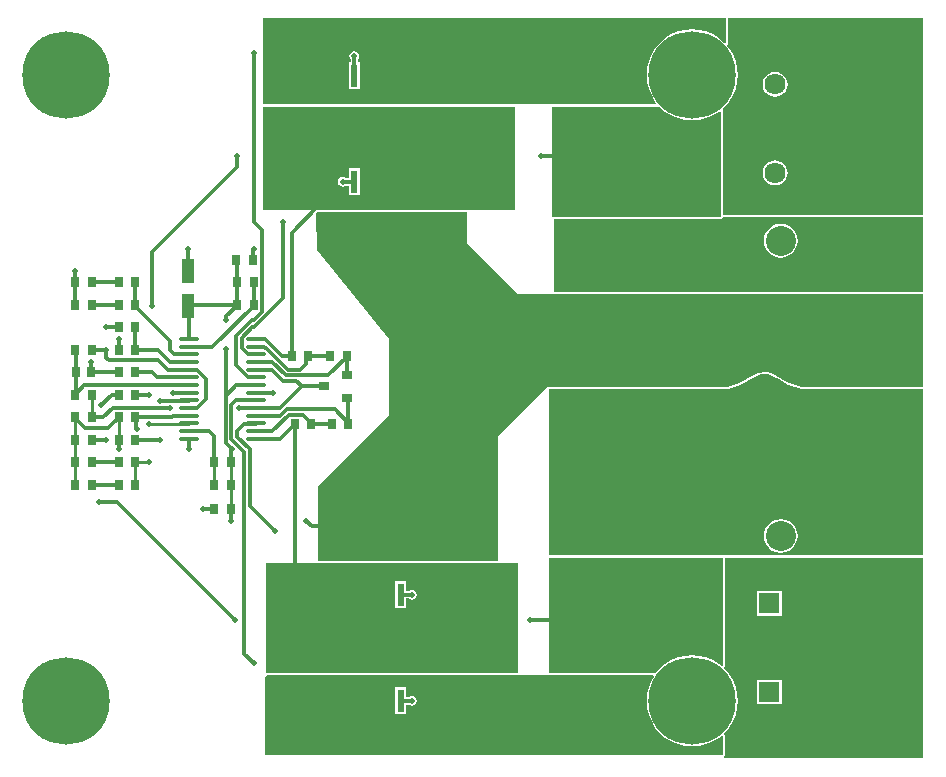
<source format=gtl>
G04*
G04 #@! TF.GenerationSoftware,Altium Limited,Altium Designer,20.0.11 (256)*
G04*
G04 Layer_Physical_Order=1*
G04 Layer_Color=255*
%FSLAX25Y25*%
%MOIN*%
G70*
G01*
G75*
%ADD14C,0.01000*%
%ADD17R,0.04331X0.06693*%
%ADD18R,0.02362X0.07756*%
%ADD19R,0.23622X0.23622*%
%ADD20R,0.02953X0.03347*%
%ADD21R,0.06221X0.13819*%
%ADD22R,0.03150X0.03543*%
%ADD23R,0.06142X0.09173*%
%ADD24R,0.03937X0.07874*%
%ADD25O,0.06693X0.01378*%
%ADD26R,0.03543X0.03150*%
%ADD42C,0.01200*%
%ADD43C,0.07047*%
%ADD44R,0.07047X0.07047*%
%ADD45C,0.05500*%
%ADD46C,0.10000*%
%ADD47C,0.29134*%
%ADD48C,0.01987*%
G36*
X220071Y227450D02*
Y219378D01*
X219602Y219205D01*
X219419Y219419D01*
X217604Y220970D01*
X215568Y222217D01*
X213363Y223131D01*
X211041Y223688D01*
X208661Y223875D01*
X206281Y223688D01*
X203960Y223131D01*
X201754Y222217D01*
X199719Y220970D01*
X197904Y219419D01*
X196353Y217604D01*
X195106Y215568D01*
X194192Y213363D01*
X193635Y211041D01*
X193448Y208661D01*
X193635Y206281D01*
X194192Y203960D01*
X195106Y201754D01*
X196353Y199719D01*
X196680Y199337D01*
X196470Y198882D01*
X65570Y198882D01*
X65570Y227450D01*
X220071Y227450D01*
D02*
G37*
G36*
X149570Y163502D02*
X133736D01*
X133500Y163599D01*
X83838Y163599D01*
X83602Y163502D01*
X65570D01*
X65570Y197950D01*
X149570Y197950D01*
Y163502D01*
D02*
G37*
G36*
X285689Y162548D02*
X285689Y162048D01*
X218947Y162048D01*
X218947Y197500D01*
X219419Y197904D01*
X220970Y199719D01*
X222217Y201754D01*
X223131Y203960D01*
X223688Y206281D01*
X223875Y208661D01*
X223688Y211041D01*
X223131Y213363D01*
X222217Y215568D01*
X220970Y217604D01*
X220287Y218403D01*
X220511Y218911D01*
X220530Y218919D01*
X220575Y219027D01*
X220661Y219107D01*
X220666Y219248D01*
X220720Y219378D01*
Y227450D01*
X220847Y227639D01*
X285689D01*
Y162548D01*
D02*
G37*
G36*
X197864Y197950D02*
X197904Y197904D01*
X199719Y196353D01*
X201754Y195106D01*
X203960Y194192D01*
X206281Y193635D01*
X208661Y193448D01*
X211041Y193635D01*
X213363Y194192D01*
X215568Y195106D01*
X217604Y196353D01*
X217799Y196520D01*
X218253Y196311D01*
X218253Y161398D01*
X161923Y161398D01*
X161923Y197950D01*
X197864Y197950D01*
D02*
G37*
G36*
X285689Y136561D02*
X285689Y136099D01*
X162661Y136099D01*
Y160749D01*
X218253Y160749D01*
X218712Y160939D01*
X218903Y161398D01*
X285689Y161398D01*
Y136561D01*
D02*
G37*
G36*
X233703Y108938D02*
X234789Y108640D01*
X235284Y108372D01*
X237586Y107121D01*
X237586Y107121D01*
X237586Y107121D01*
X238590Y106472D01*
X240710Y105367D01*
X242951Y104534D01*
X245277Y103985D01*
X246461Y103820D01*
X285689Y103820D01*
Y48450D01*
X161020Y48450D01*
X161020Y103820D01*
X219419Y103820D01*
Y103820D01*
X219419Y103820D01*
X219909Y103913D01*
X220499Y104024D01*
X222620Y104602D01*
X224667Y105401D01*
X226618Y106412D01*
X227551Y106993D01*
X230960Y108531D01*
X230960Y108531D01*
X230960Y108531D01*
X231473Y108763D01*
X232578Y108979D01*
X233703Y108938D01*
D02*
G37*
G36*
X133500Y152611D02*
X150661Y135450D01*
X285689Y135450D01*
Y104602D01*
X245556D01*
X245397Y104624D01*
X243139Y105157D01*
X240974Y105962D01*
X238917Y107034D01*
X237938Y107666D01*
X237913Y107671D01*
X237896Y107692D01*
X235594Y108942D01*
D01*
X235099Y109211D01*
X235022Y109219D01*
X234961Y109267D01*
X233875Y109564D01*
X233798Y109555D01*
X233727Y109587D01*
X232602Y109628D01*
X232529Y109601D01*
X232453Y109617D01*
X231348Y109400D01*
X231283Y109357D01*
X231206Y109355D01*
X230693Y109123D01*
X230692Y109123D01*
X227283Y107585D01*
X227252Y107552D01*
X227207Y107544D01*
X226296Y106976D01*
X224398Y105993D01*
X222415Y105219D01*
X220353Y104657D01*
X220059Y104602D01*
X160349D01*
X144000Y88253D01*
X144000Y46500D01*
X84087Y46500D01*
X83983Y71685D01*
X107570Y95272D01*
X107570Y120543D01*
X83481Y150103D01*
X83403Y162514D01*
X83838Y162950D01*
X133500Y162950D01*
X133500Y152611D01*
D02*
G37*
G36*
X218947Y47450D02*
X218947Y11758D01*
X218493Y11549D01*
X217604Y12308D01*
X215568Y13556D01*
X213363Y14469D01*
X211041Y15026D01*
X208661Y15214D01*
X206281Y15026D01*
X203960Y14469D01*
X201754Y13556D01*
X199719Y12308D01*
X197904Y10758D01*
X196512Y9128D01*
X161000Y9128D01*
X161000Y47450D01*
X218947Y47450D01*
D02*
G37*
G36*
X150500Y9128D02*
X66500Y9128D01*
X66500Y45801D01*
X126500Y45801D01*
X150500D01*
Y9128D01*
D02*
G37*
G36*
X160977Y8488D02*
X161000Y8479D01*
X195557Y8479D01*
X195802Y8043D01*
X195106Y6907D01*
X194192Y4701D01*
X193635Y2380D01*
X193448Y0D01*
X193635Y-2380D01*
X194192Y-4701D01*
X195106Y-6907D01*
X196353Y-8942D01*
X197904Y-10758D01*
X199719Y-12308D01*
X201754Y-13556D01*
X203960Y-14469D01*
X206281Y-15026D01*
X208661Y-15214D01*
X211041Y-15026D01*
X213363Y-14469D01*
X215568Y-13556D01*
X217604Y-12308D01*
X218546Y-11504D01*
X219000Y-11713D01*
Y-18050D01*
X66346Y-18050D01*
X66346Y8017D01*
X66358Y8053D01*
X66846Y8479D01*
X150500Y8479D01*
X150523Y8488D01*
X160977D01*
D02*
G37*
G36*
X285689Y-19239D02*
X219419D01*
Y-18526D01*
X219459Y-18509D01*
X219649Y-18050D01*
Y-11713D01*
X219605Y-11605D01*
X219609Y-11488D01*
X219513Y-11384D01*
X219459Y-11254D01*
X219419Y-11237D01*
Y-10758D01*
X220970Y-8942D01*
X222217Y-6907D01*
X223131Y-4701D01*
X223688Y-2380D01*
X223875Y0D01*
X223688Y2380D01*
X223131Y4701D01*
X222217Y6907D01*
X220970Y8942D01*
X219419Y10758D01*
Y11331D01*
X219460Y11430D01*
X219556Y11534D01*
X219552Y11650D01*
X219596Y11758D01*
X219596Y47450D01*
X285689Y47450D01*
Y-19239D01*
D02*
G37*
%LPC*%
G36*
X96031Y216441D02*
X95409Y216317D01*
X94882Y215965D01*
X94530Y215438D01*
X94406Y214816D01*
X94530Y214194D01*
X94814Y213769D01*
Y212808D01*
X94260D01*
Y203852D01*
X97822D01*
Y212808D01*
X97258D01*
Y213784D01*
X97532Y214194D01*
X97656Y214816D01*
X97532Y215438D01*
X97180Y215965D01*
X96653Y216317D01*
X96031Y216441D01*
D02*
G37*
G36*
X97822Y177453D02*
X94260D01*
Y174172D01*
X93201D01*
X92783Y174451D01*
X92161Y174575D01*
X91540Y174451D01*
X91012Y174099D01*
X90660Y173572D01*
X90536Y172950D01*
X90660Y172328D01*
X91012Y171801D01*
X91540Y171449D01*
X92161Y171325D01*
X92783Y171449D01*
X93201Y171728D01*
X94260D01*
Y168498D01*
X97822D01*
Y177453D01*
D02*
G37*
G36*
X236315Y209609D02*
X235239Y209468D01*
X234235Y209052D01*
X233374Y208391D01*
X232713Y207530D01*
X232297Y206526D01*
X232156Y205450D01*
X232297Y204374D01*
X232713Y203370D01*
X233374Y202509D01*
X234235Y201848D01*
X235239Y201432D01*
X236315Y201291D01*
X237391Y201432D01*
X238395Y201848D01*
X239256Y202509D01*
X239917Y203370D01*
X240332Y204374D01*
X240474Y205450D01*
X240332Y206526D01*
X239917Y207530D01*
X239256Y208391D01*
X238395Y209052D01*
X237391Y209468D01*
X236315Y209609D01*
D02*
G37*
G36*
Y180109D02*
X235239Y179967D01*
X234235Y179552D01*
X233374Y178891D01*
X232713Y178030D01*
X232297Y177026D01*
X232156Y175950D01*
X232297Y174873D01*
X232713Y173870D01*
X233374Y173009D01*
X234235Y172348D01*
X235239Y171932D01*
X236315Y171791D01*
X237391Y171932D01*
X238395Y172348D01*
X239256Y173009D01*
X239917Y173870D01*
X240332Y174873D01*
X240474Y175950D01*
X240332Y177026D01*
X239917Y178030D01*
X239256Y178891D01*
X238395Y179552D01*
X237391Y179967D01*
X236315Y180109D01*
D02*
G37*
G36*
X238192Y158979D02*
X236730Y158787D01*
X235368Y158223D01*
X234198Y157325D01*
X233300Y156155D01*
X232736Y154793D01*
X232544Y153331D01*
X232736Y151869D01*
X233300Y150507D01*
X234198Y149337D01*
X235368Y148440D01*
X236730Y147875D01*
X238192Y147683D01*
X239654Y147875D01*
X241016Y148440D01*
X242186Y149337D01*
X243084Y150507D01*
X243648Y151869D01*
X243841Y153331D01*
X243648Y154793D01*
X243084Y156155D01*
X242186Y157325D01*
X241016Y158223D01*
X239654Y158787D01*
X238192Y158979D01*
D02*
G37*
G36*
Y60579D02*
X236730Y60387D01*
X235368Y59823D01*
X234198Y58925D01*
X233300Y57755D01*
X232736Y56393D01*
X232544Y54931D01*
X232736Y53469D01*
X233300Y52107D01*
X234198Y50937D01*
X235368Y50039D01*
X236730Y49475D01*
X238192Y49283D01*
X239654Y49475D01*
X241016Y50039D01*
X242186Y50937D01*
X243084Y52107D01*
X243648Y53469D01*
X243841Y54931D01*
X243648Y56393D01*
X243084Y57755D01*
X242186Y58925D01*
X241016Y59823D01*
X239654Y60387D01*
X238192Y60579D01*
D02*
G37*
G36*
X113281Y39820D02*
X109719D01*
Y30864D01*
X113281D01*
Y34120D01*
X114122D01*
X114540Y33841D01*
X115161Y33717D01*
X115783Y33841D01*
X116310Y34193D01*
X116663Y34720D01*
X116786Y35342D01*
X116663Y35963D01*
X116310Y36491D01*
X115783Y36843D01*
X115161Y36967D01*
X114540Y36843D01*
X114122Y36564D01*
X113281D01*
Y39820D01*
D02*
G37*
G36*
Y4465D02*
X109719D01*
Y-4491D01*
X113281D01*
Y-1272D01*
X114122D01*
X114540Y-1551D01*
X115161Y-1675D01*
X115783Y-1551D01*
X116310Y-1199D01*
X116663Y-672D01*
X116786Y-50D01*
X116663Y572D01*
X116310Y1099D01*
X115783Y1451D01*
X115161Y1575D01*
X114540Y1451D01*
X114122Y1172D01*
X113281D01*
Y4465D01*
D02*
G37*
G36*
X238470Y36574D02*
X230223D01*
Y28326D01*
X238470D01*
Y36574D01*
D02*
G37*
G36*
Y7074D02*
X230223D01*
Y-1174D01*
X238470D01*
Y7074D01*
D02*
G37*
%LPD*%
D14*
X22973Y79450D02*
X27661D01*
X17461Y86950D02*
Y94253D01*
X2961Y86950D02*
Y94253D01*
X27767Y92362D02*
X40869D01*
X27661Y92256D02*
X27767Y92362D01*
X40869D02*
X40941Y92434D01*
X22973Y79450D02*
X22973Y79450D01*
X8472Y94450D02*
Y101950D01*
X2961Y79450D02*
Y86950D01*
Y71950D02*
Y79450D01*
X22973Y71950D02*
Y79450D01*
X49406Y71950D02*
Y79450D01*
X54917Y71950D02*
Y79450D01*
Y64000D02*
Y71950D01*
D17*
X223815Y184000D02*
D03*
X213185D02*
D03*
Y25000D02*
D03*
X223815D02*
D03*
D18*
X111041Y153487D02*
D03*
X106041D02*
D03*
X101041D02*
D03*
X96041D02*
D03*
Y172976D02*
D03*
X101041D02*
D03*
X106041D02*
D03*
X111041D02*
D03*
Y208330D02*
D03*
X106041D02*
D03*
X101041D02*
D03*
X96041D02*
D03*
Y188842D02*
D03*
X101041D02*
D03*
X106041D02*
D03*
X111041D02*
D03*
X96500Y-13D02*
D03*
X101500D02*
D03*
X106500D02*
D03*
X111500D02*
D03*
Y19476D02*
D03*
X106500D02*
D03*
X101500D02*
D03*
X96500D02*
D03*
Y35342D02*
D03*
X101500D02*
D03*
X106500D02*
D03*
X111500D02*
D03*
Y54830D02*
D03*
X106500D02*
D03*
X101500D02*
D03*
X96500D02*
D03*
D19*
X128819Y180909D02*
D03*
X181181D02*
D03*
Y27409D02*
D03*
X128819D02*
D03*
D20*
X3256Y109450D02*
D03*
X8177D02*
D03*
D21*
X175000Y93695D02*
D03*
Y114955D02*
D03*
X204161Y93695D02*
D03*
Y114955D02*
D03*
X208661Y39410D02*
D03*
Y60669D02*
D03*
Y169609D02*
D03*
Y148349D02*
D03*
D22*
X2961Y79450D02*
D03*
X8472D02*
D03*
X2961Y131950D02*
D03*
X8472D02*
D03*
X2961Y139450D02*
D03*
X8472D02*
D03*
X2961Y71950D02*
D03*
X8472D02*
D03*
X2961Y101950D02*
D03*
X8472D02*
D03*
X2961Y116950D02*
D03*
X8472D02*
D03*
X17461Y94450D02*
D03*
X22973D02*
D03*
X17461Y124450D02*
D03*
X22973D02*
D03*
X22972Y116950D02*
D03*
X17461D02*
D03*
X22972Y101950D02*
D03*
X17461D02*
D03*
X80756Y114871D02*
D03*
X75244D02*
D03*
X81756Y92371D02*
D03*
X76244D02*
D03*
X62472Y131950D02*
D03*
X56961D02*
D03*
X49406Y79450D02*
D03*
X54917D02*
D03*
X2961Y86950D02*
D03*
X8472D02*
D03*
X17461D02*
D03*
X22973D02*
D03*
X17461Y79450D02*
D03*
X22973D02*
D03*
X17461Y71950D02*
D03*
X22973D02*
D03*
X2961Y94450D02*
D03*
X8472D02*
D03*
X17461Y131950D02*
D03*
X22973D02*
D03*
X17461Y139450D02*
D03*
X22973D02*
D03*
X17461Y109450D02*
D03*
X22973D02*
D03*
X93500Y114871D02*
D03*
X87988D02*
D03*
X94000Y92371D02*
D03*
X88488D02*
D03*
X62256Y147000D02*
D03*
X56744D02*
D03*
X49406Y64000D02*
D03*
X54917D02*
D03*
X56961Y139450D02*
D03*
X62472D02*
D03*
X49406Y71950D02*
D03*
X54917D02*
D03*
D23*
X78161Y207871D02*
D03*
Y191020D02*
D03*
X78000Y1075D02*
D03*
Y17925D02*
D03*
D24*
X40500Y143311D02*
D03*
Y131500D02*
D03*
D25*
X63382Y87316D02*
D03*
Y89875D02*
D03*
Y92434D02*
D03*
Y94993D02*
D03*
Y97552D02*
D03*
Y100111D02*
D03*
Y102671D02*
D03*
Y105229D02*
D03*
Y107789D02*
D03*
Y110348D02*
D03*
Y112907D02*
D03*
Y115466D02*
D03*
Y118025D02*
D03*
Y120584D02*
D03*
X40941Y87316D02*
D03*
Y89875D02*
D03*
Y92434D02*
D03*
Y94993D02*
D03*
Y97552D02*
D03*
Y100111D02*
D03*
Y102671D02*
D03*
Y105229D02*
D03*
Y107789D02*
D03*
Y110348D02*
D03*
Y112907D02*
D03*
Y115466D02*
D03*
Y118025D02*
D03*
Y120584D02*
D03*
D26*
X93681Y101073D02*
D03*
Y108554D02*
D03*
X85807Y104813D02*
D03*
D42*
X28702Y131753D02*
Y149706D01*
X57040Y178043D01*
X17068Y66106D02*
X56161Y27013D01*
X11045Y66106D02*
X17068D01*
X40941Y83984D02*
Y87316D01*
X40907Y83950D02*
X40941Y83984D01*
X83364Y164205D02*
X100338D01*
X75244Y114871D02*
Y156084D01*
X83364Y164205D01*
X101041Y164907D02*
Y172976D01*
X100338Y164205D02*
X101041Y164907D01*
X45711Y64000D02*
X49406D01*
X45661Y63950D02*
X45711Y64000D01*
X63382Y102671D02*
X69040D01*
X35661D02*
X40941D01*
X17461Y83828D02*
Y86950D01*
X62256Y147000D02*
Y150233D01*
X62472Y150450D01*
X40500Y143311D02*
Y150450D01*
X22973Y131753D02*
X34661Y120064D01*
X22973Y131950D02*
Y139450D01*
X34661Y116799D02*
Y120064D01*
Y116799D02*
X35995Y115466D01*
X22973Y131753D02*
Y131950D01*
X22972Y116950D02*
X30618D01*
X34661Y112907D01*
X57040Y178043D02*
Y181426D01*
X13312Y124450D02*
X17461D01*
X8177Y109450D02*
Y112907D01*
X2961Y139450D02*
Y143311D01*
X96016Y172950D02*
X96041Y172976D01*
X92161Y172950D02*
X96016D01*
X62630Y124450D02*
X72356Y134176D01*
Y159639D01*
X61919Y124450D02*
X62630D01*
X58454Y117624D02*
Y120984D01*
X61919Y124450D01*
X60676Y115466D02*
X63382D01*
X60006Y116136D02*
X60676Y115466D01*
X59942Y116136D02*
X60006D01*
X58454Y117624D02*
X59942Y116136D01*
Y108459D02*
X60006D01*
X60676Y107789D01*
X56632Y111832D02*
Y115782D01*
Y111832D02*
X58835Y109629D01*
X56653Y115804D02*
Y121742D01*
X56632Y115782D02*
X56653Y115804D01*
Y121742D02*
X61976Y127065D01*
X58835Y109565D02*
Y109629D01*
Y109565D02*
X59942Y108459D01*
X53312Y101797D02*
Y117221D01*
X53239Y101725D02*
X56744Y105229D01*
X96036Y208335D02*
X96041Y208330D01*
X96036Y208335D02*
Y214811D01*
X96031Y214816D02*
X96036Y214811D01*
X62472Y159639D02*
Y215950D01*
X65247Y129681D02*
Y156864D01*
X62472Y159639D02*
X65247Y156864D01*
X62630Y127065D02*
X65247Y129681D01*
X61976Y127065D02*
X62630D01*
X63382Y120584D02*
X63416Y120550D01*
X66191D02*
X71869Y114871D01*
X63416Y120550D02*
X66191D01*
X60676Y107789D02*
X63382D01*
X96500Y54830D02*
Y57527D01*
X95919Y58108D02*
X96500Y57527D01*
X81836Y58108D02*
X95919D01*
X79994Y59950D02*
X81836Y58108D01*
X79781Y59950D02*
X79994D01*
X54917D02*
Y64000D01*
X79781Y113897D02*
X80756Y114871D01*
X79781Y112129D02*
Y113897D01*
X78000Y110348D02*
X79781Y112129D01*
X73847Y110348D02*
X78000D01*
X76617Y106748D02*
X78552Y104813D01*
X63382Y110348D02*
X68756D01*
X68743Y112907D02*
X73102Y108548D01*
X66088Y118025D02*
X66758Y117355D01*
X63382Y112907D02*
X68743D01*
X73102Y108548D02*
X87373D01*
X66758Y117355D02*
X66840D01*
X68756Y110348D02*
X72356Y106748D01*
X87373Y108548D02*
X93500Y114674D01*
X66840Y117355D02*
X73847Y110348D01*
X72356Y106748D02*
X76617D01*
X63382Y118025D02*
X66088D01*
X71869Y114871D02*
X75244D01*
X80756Y114871D02*
X87988D01*
X80756Y114871D02*
X80756Y114871D01*
X93591Y108644D02*
X93681Y108554D01*
X93591Y108644D02*
Y114584D01*
X93500Y114674D02*
X93591Y114584D01*
X56961Y131753D02*
Y131950D01*
X53312Y128105D02*
X56961Y131753D01*
X53312Y127101D02*
Y128105D01*
X53161Y126950D02*
X53312Y127101D01*
X63382Y97552D02*
X71290D01*
X78552Y104813D01*
X85807D01*
X89425Y97143D02*
X93841Y92728D01*
Y100914D01*
Y92531D02*
Y92728D01*
Y92531D02*
X94000Y92371D01*
X93681Y101073D02*
X93841Y100914D01*
X88488Y92371D02*
X88488Y92371D01*
X81756Y92371D02*
X88488D01*
X78981Y95343D02*
X81756Y92568D01*
X63382Y94993D02*
X71277D01*
X73427Y97143D02*
X89425D01*
X74172Y95343D02*
X78981D01*
X71277Y94993D02*
X73427Y97143D01*
X68704Y89875D02*
X74172Y95343D01*
X63382Y89875D02*
X68704D01*
X76244Y42706D02*
Y92174D01*
X63382Y87316D02*
X71386D01*
X76244Y92174D01*
Y92371D01*
X81756D02*
Y92568D01*
X56961Y88029D02*
Y89999D01*
X63348Y92400D02*
X63382Y92434D01*
X59362Y92400D02*
X63348D01*
X56961Y89999D02*
X59362Y92400D01*
X56961Y88029D02*
X61161Y83828D01*
Y64950D02*
Y83828D01*
X55039Y87174D02*
X59361Y82852D01*
Y15750D02*
X62661Y12450D01*
X59361Y15750D02*
Y82852D01*
X61161Y64950D02*
X69661Y56450D01*
X111500Y35342D02*
X115161D01*
X76244Y42706D02*
X80330Y38620D01*
X96500Y35342D02*
Y38039D01*
X95919Y38620D02*
X96500Y38039D01*
X80330Y38620D02*
X95919D01*
X55039Y98582D02*
X56569Y100111D01*
X63382D01*
X55039Y87174D02*
Y98582D01*
X55161Y83950D02*
Y84057D01*
X53239Y85979D02*
X55161Y84057D01*
X53239Y85979D02*
Y101725D01*
X111500Y-13D02*
X111537Y-50D01*
X115161D01*
X56852Y139558D02*
X56961Y139450D01*
X56852Y139558D02*
Y146892D01*
X56744Y147000D02*
X56852Y146892D01*
X40950Y131950D02*
X56961D01*
X40500Y131500D02*
X40950Y131950D01*
X56961D02*
Y139450D01*
X62472Y131950D02*
Y139450D01*
X40941Y118025D02*
X48744D01*
X62472Y131753D01*
Y131950D01*
X40941Y120584D02*
Y131059D01*
X40500Y131500D02*
X40941Y131059D01*
Y110348D02*
X43647D01*
X44317Y109678D01*
X44381D01*
X46661Y107397D01*
Y100503D02*
Y107397D01*
X40941Y97552D02*
X43647D01*
X44317Y98222D01*
X44381D01*
X46661Y100503D01*
X180663Y181426D02*
X181181Y180909D01*
X158161Y181426D02*
X180663D01*
X17461Y116950D02*
Y120584D01*
X17461Y120584D01*
X2961Y131950D02*
Y139450D01*
X8472Y131950D02*
X17461D01*
X8472Y139450D02*
X17461D01*
X35995Y115466D02*
X40941D01*
X22973Y116950D02*
Y124450D01*
X22972Y116950D02*
X22973Y116950D01*
X34661Y112907D02*
X40941D01*
X22973Y109450D02*
X28702D01*
X30363Y107789D01*
X40941D01*
X33764Y110348D02*
X40941D01*
X30661Y113450D02*
X33764Y110348D01*
X14161Y113450D02*
X30661D01*
X8472Y71950D02*
X17461D01*
X8472Y79450D02*
X17461D01*
X15110Y101950D02*
X17461D01*
X11610Y98450D02*
X15110Y101950D01*
X180785Y27013D02*
X181181Y27409D01*
X154661Y27013D02*
X180785D01*
X8472Y86950D02*
X13161D01*
X13161Y86950D01*
X15519Y97552D02*
X34661D01*
X12417Y94450D02*
X15519Y97552D01*
X17461Y94253D02*
Y94450D01*
X16486Y93278D02*
X17461Y94253D01*
X16289Y93278D02*
X16486D01*
X13863Y90853D02*
X16289Y93278D01*
X6361Y90853D02*
X13863D01*
X2961Y94253D02*
Y94450D01*
Y94253D02*
X6361Y90853D01*
X8177Y109450D02*
X17461D01*
X17461Y109450D01*
X3108Y109598D02*
X3256Y109450D01*
X3108Y109598D02*
Y116802D01*
X2961Y116950D02*
X3108Y116802D01*
Y102295D02*
Y109302D01*
Y102098D02*
Y102295D01*
X6043Y105229D01*
X2961Y101950D02*
X3108Y102098D01*
Y109302D02*
X3256Y109450D01*
X6043Y105229D02*
X40941D01*
X22973Y94450D02*
X23277Y94145D01*
Y90853D02*
Y94145D01*
Y90853D02*
X23428Y90702D01*
X31289Y100077D02*
X40907D01*
X31161Y99950D02*
X31289Y100077D01*
X22972Y101950D02*
X27661D01*
X35661Y94993D02*
X40941D01*
X22973Y94450D02*
X35118D01*
X35661Y94993D01*
X57661Y97552D02*
X63382D01*
X8472Y94450D02*
X12417D01*
X13161Y116950D02*
X13312Y116799D01*
Y114299D02*
Y116799D01*
Y114299D02*
X14161Y113450D01*
X56744Y105229D02*
X63382D01*
X40941Y89875D02*
X47661D01*
X49406Y79450D02*
Y88131D01*
X47661Y89875D02*
X49406Y88131D01*
X54917Y79450D02*
X55039Y79572D01*
Y83828D01*
X55161Y83950D01*
X8472Y116950D02*
X8472Y116950D01*
X13161D01*
X40907Y100077D02*
X40941Y100111D01*
X22973Y86950D02*
X31161D01*
X31161Y86950D01*
D43*
X234347Y-7050D02*
D03*
Y22450D02*
D03*
X236315Y175950D02*
D03*
Y205450D02*
D03*
D44*
X234347Y2950D02*
D03*
Y32450D02*
D03*
X236315Y185950D02*
D03*
Y215450D02*
D03*
D45*
X233161Y82556D02*
D03*
X243161Y87950D02*
D03*
X233161Y93344D02*
D03*
X243161Y98737D02*
D03*
X233161Y104131D02*
D03*
X243161Y109525D02*
D03*
X233161Y114918D02*
D03*
X243161Y120312D02*
D03*
X233161Y125706D02*
D03*
D46*
X238192Y54931D02*
D03*
Y153331D02*
D03*
D47*
X0Y0D02*
D03*
X208661D02*
D03*
Y208661D02*
D03*
X0D02*
D03*
D48*
X264669Y157970D02*
D03*
X270575Y146159D02*
D03*
Y98914D02*
D03*
X264669Y87103D02*
D03*
X270575Y75292D02*
D03*
X264669Y63481D02*
D03*
X270575Y51670D02*
D03*
X252858Y157970D02*
D03*
X258764Y146159D02*
D03*
Y98914D02*
D03*
X252858Y87103D02*
D03*
X258764Y75292D02*
D03*
X252858Y63481D02*
D03*
X258764Y51670D02*
D03*
X246953Y146159D02*
D03*
Y75292D02*
D03*
X241047Y63481D02*
D03*
X246953Y51670D02*
D03*
X229236Y157970D02*
D03*
X235142Y146159D02*
D03*
Y98914D02*
D03*
X229236Y87103D02*
D03*
X235142Y75292D02*
D03*
X229236Y63481D02*
D03*
X217425Y157970D02*
D03*
X223331Y146159D02*
D03*
Y98914D02*
D03*
X217425Y87103D02*
D03*
X223331Y75292D02*
D03*
X217425Y63481D02*
D03*
X223331Y51670D02*
D03*
X211520Y98914D02*
D03*
Y75292D02*
D03*
X193803Y157970D02*
D03*
X199708Y146159D02*
D03*
X193803Y87103D02*
D03*
X199708Y75292D02*
D03*
X193803Y63481D02*
D03*
X199708Y51670D02*
D03*
X193803Y-7385D02*
D03*
X187898Y217025D02*
D03*
X181992Y205214D02*
D03*
Y157970D02*
D03*
X187898Y146159D02*
D03*
Y98914D02*
D03*
X181992Y87103D02*
D03*
X187898Y75292D02*
D03*
X181992Y63481D02*
D03*
X187898Y51670D02*
D03*
Y4426D02*
D03*
X181992Y-7385D02*
D03*
X176086Y217025D02*
D03*
X170181Y205214D02*
D03*
Y157970D02*
D03*
X176086Y146159D02*
D03*
X170181Y87103D02*
D03*
X176086Y75292D02*
D03*
X170181Y63481D02*
D03*
X176086Y51670D02*
D03*
Y4426D02*
D03*
X170181Y-7385D02*
D03*
X164276Y217025D02*
D03*
X158370Y205214D02*
D03*
X164276Y146159D02*
D03*
Y98914D02*
D03*
Y75292D02*
D03*
Y51670D02*
D03*
Y4426D02*
D03*
X158370Y-7385D02*
D03*
X152464Y217025D02*
D03*
X146559Y205214D02*
D03*
X152464Y4426D02*
D03*
X146559Y-7385D02*
D03*
X140653Y217025D02*
D03*
X134748Y205214D02*
D03*
X140653Y4426D02*
D03*
X134748Y-7385D02*
D03*
X128842Y217025D02*
D03*
X122937Y205214D02*
D03*
X128842Y4426D02*
D03*
X122937Y-7385D02*
D03*
X117031Y217025D02*
D03*
Y4426D02*
D03*
X111126Y-7385D02*
D03*
X105220Y217025D02*
D03*
X99315Y-7385D02*
D03*
X87504Y205214D02*
D03*
X93409Y4426D02*
D03*
X87504Y-7385D02*
D03*
X75693D02*
D03*
X11045Y66106D02*
D03*
X40907Y83950D02*
D03*
X56161Y27013D02*
D03*
X45661Y63950D02*
D03*
X69040Y102671D02*
D03*
X35661D02*
D03*
X17461Y83828D02*
D03*
X62472Y150450D02*
D03*
X40500D02*
D03*
X28702Y131753D02*
D03*
X57040Y181426D02*
D03*
X13312Y124450D02*
D03*
X8177Y112907D02*
D03*
X2961Y143311D02*
D03*
X92161Y172950D02*
D03*
X72356Y159639D02*
D03*
X53312Y117221D02*
D03*
X96031Y214816D02*
D03*
X62472Y215950D02*
D03*
X79781Y59950D02*
D03*
X54917D02*
D03*
X53161Y126950D02*
D03*
X69661Y56450D02*
D03*
X115161Y35342D02*
D03*
X62661Y12450D02*
D03*
X115161Y-50D02*
D03*
X158161Y181426D02*
D03*
X17461Y120584D02*
D03*
X11610Y98450D02*
D03*
X154661Y27013D02*
D03*
X13161Y86950D02*
D03*
X27661Y79450D02*
D03*
X23428Y90702D02*
D03*
X27661Y92256D02*
D03*
X31161Y99950D02*
D03*
X34661Y97552D02*
D03*
X27661Y101950D02*
D03*
X57661Y97552D02*
D03*
X55161Y83950D02*
D03*
X13161Y116950D02*
D03*
X31161Y86950D02*
D03*
M02*

</source>
